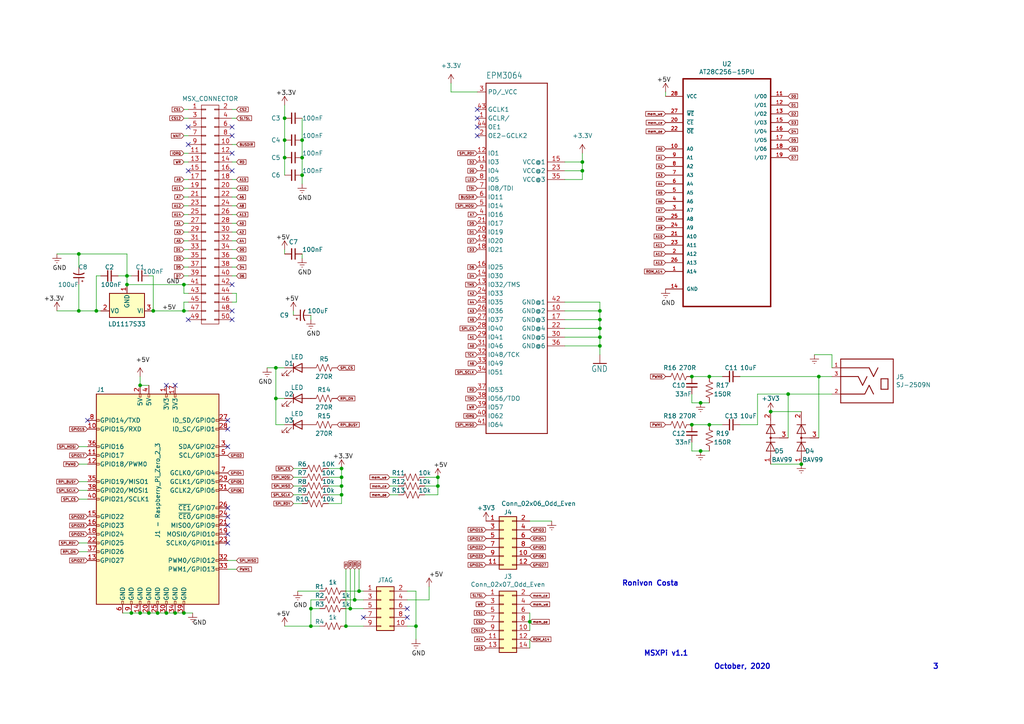
<source format=kicad_sch>
(kicad_sch (version 20211123) (generator eeschema)
  (paper "A4")
  (junction (at 40.64 177.8))
  (junction (at 173.99 97.79))
  (junction (at 53.34 177.8))
  (junction (at 173.99 92.71))
  (junction (at 43.18 177.8))
  (junction (at 45.72 177.8))
  (junction (at 127 138.43))
  (junction (at 53.34 82.55))
  (junction (at 173.99 90.17))
  (junction (at 53.34 90.17))
  (junction (at 38.1 177.8))
  (junction (at 82.55 34.29))
  (junction (at 82.55 40.64))
  (junction (at 99.06 138.43))
  (junction (at 99.06 135.89))
  (junction (at 87.63 45.72))
  (junction (at 232.41 134.62))
  (junction (at 127 140.97))
  (junction (at 36.83 82.55))
  (junction (at 87.63 50.8))
  (junction (at 22.86 73.66))
  (junction (at 102.87 173.99))
  (junction (at 228.6 114.3))
  (junction (at 203.2 116.84))
  (junction (at 87.63 40.64))
  (junction (at 173.99 95.25))
  (junction (at 90.17 181.61))
  (junction (at 120.65 181.61))
  (junction (at 168.91 46.99))
  (junction (at 173.99 100.33))
  (junction (at 44.45 90.17))
  (junction (at 90.17 176.53))
  (junction (at 99.06 143.51))
  (junction (at 50.8 177.8))
  (junction (at 205.74 123.19))
  (junction (at 200.66 109.22))
  (junction (at 168.91 49.53))
  (junction (at 237.49 109.22))
  (junction (at 80.01 115.57))
  (junction (at 82.55 45.72))
  (junction (at 80.01 106.68))
  (junction (at 101.6 176.53))
  (junction (at 27.94 90.17))
  (junction (at 36.83 80.01))
  (junction (at 153.67 180.34))
  (junction (at 100.33 181.61))
  (junction (at 99.06 140.97))
  (junction (at 40.64 111.76))
  (junction (at 223.52 119.38))
  (junction (at 22.86 90.17))
  (junction (at 104.14 171.45))
  (junction (at 200.66 123.19))
  (junction (at 48.26 177.8))
  (junction (at 205.74 109.22))
  (junction (at 203.2 130.81))
  (no_connect (at 54.61 92.71))
  (no_connect (at 25.4 121.92))
  (no_connect (at 54.61 49.53))
  (no_connect (at 118.11 176.53))
  (no_connect (at 66.04 124.46))
  (no_connect (at 67.31 90.17))
  (no_connect (at 66.04 157.48))
  (no_connect (at 138.43 31.75))
  (no_connect (at 48.26 111.76))
  (no_connect (at 66.04 152.4))
  (no_connect (at 66.04 149.86))
  (no_connect (at 67.31 82.55))
  (no_connect (at 67.31 44.45))
  (no_connect (at 138.43 34.29))
  (no_connect (at 54.61 41.91))
  (no_connect (at 66.04 121.92))
  (no_connect (at 66.04 154.94))
  (no_connect (at 67.31 36.83))
  (no_connect (at 66.04 129.54))
  (no_connect (at 67.31 39.37))
  (no_connect (at 67.31 49.53))
  (no_connect (at 50.8 111.76))
  (no_connect (at 138.43 36.83))
  (no_connect (at 138.43 39.37))
  (no_connect (at 118.11 179.07))
  (no_connect (at 66.04 147.32))
  (no_connect (at 105.41 179.07))
  (no_connect (at 54.61 36.83))
  (no_connect (at 67.31 92.71))
  (wire (pts (xy 105.41 173.99) (xy 102.87 173.99)))
  (wire (pts (xy 67.31 77.47) (xy 68.58 77.47)))
  (wire (pts (xy 54.61 44.45) (xy 53.34 44.45)))
  (wire (pts (xy 53.34 85.09) (xy 53.34 82.55)))
  (wire (pts (xy 173.99 90.17) (xy 173.99 92.71)))
  (wire (pts (xy 54.61 52.07) (xy 53.34 52.07)))
  (wire (pts (xy 173.99 92.71) (xy 173.99 95.25)))
  (wire (pts (xy 87.63 140.97) (xy 85.09 140.97)))
  (wire (pts (xy 54.61 72.39) (xy 53.34 72.39)))
  (wire (pts (xy 173.99 97.79) (xy 173.99 100.33)))
  (wire (pts (xy 92.71 171.45) (xy 86.36 171.45)))
  (wire (pts (xy 27.94 80.01) (xy 27.94 90.17)))
  (wire (pts (xy 95.25 140.97) (xy 99.06 140.97)))
  (wire (pts (xy 22.86 82.55) (xy 22.86 90.17)))
  (wire (pts (xy 80.01 115.57) (xy 80.01 106.68)))
  (wire (pts (xy 67.31 46.99) (xy 68.58 46.99)))
  (wire (pts (xy 168.91 49.53) (xy 168.91 46.99)))
  (wire (pts (xy 153.67 187.96) (xy 153.67 185.42)))
  (wire (pts (xy 68.58 85.09) (xy 68.58 87.63)))
  (wire (pts (xy 115.57 140.97) (xy 113.03 140.97)))
  (wire (pts (xy 55.88 177.8) (xy 53.34 177.8)))
  (wire (pts (xy 54.61 57.15) (xy 53.34 57.15)))
  (wire (pts (xy 67.31 34.29) (xy 68.58 34.29)))
  (wire (pts (xy 68.58 87.63) (xy 67.31 87.63)))
  (wire (pts (xy 87.63 73.66) (xy 87.63 74.93)))
  (wire (pts (xy 87.63 146.05) (xy 85.09 146.05)))
  (wire (pts (xy 153.67 177.8) (xy 153.67 180.34)))
  (wire (pts (xy 123.19 140.97) (xy 127 140.97)))
  (wire (pts (xy 90.17 91.44) (xy 90.17 92.71)))
  (wire (pts (xy 67.31 62.23) (xy 68.58 62.23)))
  (wire (pts (xy 36.83 82.55) (xy 36.83 80.01)))
  (wire (pts (xy 219.71 123.19) (xy 219.71 114.3)))
  (wire (pts (xy 124.46 170.18) (xy 124.46 173.99)))
  (wire (pts (xy 95.25 138.43) (xy 99.06 138.43)))
  (wire (pts (xy 87.63 135.89) (xy 85.09 135.89)))
  (wire (pts (xy 16.51 73.66) (xy 22.86 73.66)))
  (wire (pts (xy 163.83 100.33) (xy 173.99 100.33)))
  (wire (pts (xy 219.71 114.3) (xy 228.6 114.3)))
  (wire (pts (xy 200.66 123.19) (xy 205.74 123.19)))
  (wire (pts (xy 38.1 177.8) (xy 40.64 177.8)))
  (wire (pts (xy 43.18 111.76) (xy 40.64 111.76)))
  (wire (pts (xy 54.61 69.85) (xy 53.34 69.85)))
  (wire (pts (xy 54.61 67.31) (xy 53.34 67.31)))
  (wire (pts (xy 115.57 138.43) (xy 113.03 138.43)))
  (wire (pts (xy 163.83 52.07) (xy 168.91 52.07)))
  (wire (pts (xy 203.2 130.81) (xy 200.66 130.81)))
  (wire (pts (xy 38.1 80.01) (xy 36.83 80.01)))
  (wire (pts (xy 54.61 64.77) (xy 53.34 64.77)))
  (wire (pts (xy 66.04 165.1) (xy 68.58 165.1)))
  (wire (pts (xy 87.63 53.34) (xy 87.63 50.8)))
  (wire (pts (xy 22.86 90.17) (xy 27.94 90.17)))
  (wire (pts (xy 50.8 177.8) (xy 53.34 177.8)))
  (wire (pts (xy 163.83 97.79) (xy 173.99 97.79)))
  (wire (pts (xy 67.31 67.31) (xy 68.58 67.31)))
  (wire (pts (xy 80.01 106.68) (xy 77.47 106.68)))
  (wire (pts (xy 67.31 74.93) (xy 68.58 74.93)))
  (wire (pts (xy 54.61 74.93) (xy 53.34 74.93)))
  (wire (pts (xy 54.61 90.17) (xy 53.34 90.17)))
  (wire (pts (xy 203.2 116.84) (xy 200.66 116.84)))
  (wire (pts (xy 22.86 144.78) (xy 25.4 144.78)))
  (wire (pts (xy 95.25 146.05) (xy 99.06 146.05)))
  (wire (pts (xy 118.11 171.45) (xy 120.65 171.45)))
  (wire (pts (xy 53.34 82.55) (xy 36.83 82.55)))
  (wire (pts (xy 54.61 46.99) (xy 53.34 46.99)))
  (wire (pts (xy 120.65 171.45) (xy 120.65 181.61)))
  (wire (pts (xy 214.63 123.19) (xy 219.71 123.19)))
  (wire (pts (xy 200.66 128.27) (xy 200.66 130.81)))
  (wire (pts (xy 25.4 129.54) (xy 22.86 129.54)))
  (wire (pts (xy 200.66 109.22) (xy 205.74 109.22)))
  (wire (pts (xy 25.4 139.7) (xy 22.86 139.7)))
  (wire (pts (xy 173.99 100.33) (xy 173.99 102.87)))
  (wire (pts (xy 66.04 162.56) (xy 68.58 162.56)))
  (wire (pts (xy 163.83 95.25) (xy 173.99 95.25)))
  (wire (pts (xy 87.63 138.43) (xy 85.09 138.43)))
  (wire (pts (xy 82.55 40.64) (xy 82.55 34.29)))
  (wire (pts (xy 82.55 45.72) (xy 82.55 40.64)))
  (wire (pts (xy 237.49 127) (xy 237.49 109.22)))
  (wire (pts (xy 123.19 143.51) (xy 127 143.51)))
  (wire (pts (xy 54.61 54.61) (xy 53.34 54.61)))
  (wire (pts (xy 90.17 181.61) (xy 90.17 176.53)))
  (wire (pts (xy 241.3 102.87) (xy 241.3 106.68)))
  (wire (pts (xy 82.55 106.68) (xy 80.01 106.68)))
  (wire (pts (xy 214.63 109.22) (xy 237.49 109.22)))
  (wire (pts (xy 153.67 151.13) (xy 160.02 151.13)))
  (wire (pts (xy 82.55 115.57) (xy 80.01 115.57)))
  (wire (pts (xy 100.33 176.53) (xy 101.6 176.53)))
  (wire (pts (xy 104.14 171.45) (xy 105.41 171.45)))
  (wire (pts (xy 29.21 80.01) (xy 27.94 80.01)))
  (wire (pts (xy 82.55 34.29) (xy 82.55 30.48)))
  (wire (pts (xy 82.55 181.61) (xy 90.17 181.61)))
  (wire (pts (xy 54.61 39.37) (xy 53.34 39.37)))
  (wire (pts (xy 82.55 50.8) (xy 82.55 45.72)))
  (wire (pts (xy 35.56 177.8) (xy 38.1 177.8)))
  (wire (pts (xy 193.04 27.94) (xy 193.04 26.67)))
  (wire (pts (xy 54.61 80.01) (xy 53.34 80.01)))
  (wire (pts (xy 45.72 177.8) (xy 48.26 177.8)))
  (wire (pts (xy 67.31 41.91) (xy 68.58 41.91)))
  (wire (pts (xy 25.4 142.24) (xy 22.86 142.24)))
  (wire (pts (xy 43.18 177.8) (xy 45.72 177.8)))
  (wire (pts (xy 54.61 87.63) (xy 53.34 87.63)))
  (wire (pts (xy 67.31 64.77) (xy 68.58 64.77)))
  (wire (pts (xy 67.31 69.85) (xy 68.58 69.85)))
  (wire (pts (xy 54.61 59.69) (xy 53.34 59.69)))
  (wire (pts (xy 67.31 72.39) (xy 68.58 72.39)))
  (wire (pts (xy 87.63 45.72) (xy 87.63 50.8)))
  (wire (pts (xy 53.34 87.63) (xy 53.34 90.17)))
  (wire (pts (xy 105.41 181.61) (xy 100.33 181.61)))
  (wire (pts (xy 25.4 134.62) (xy 22.86 134.62)))
  (wire (pts (xy 205.74 130.81) (xy 203.2 130.81)))
  (wire (pts (xy 67.31 57.15) (xy 68.58 57.15)))
  (wire (pts (xy 67.31 54.61) (xy 68.58 54.61)))
  (wire (pts (xy 237.49 109.22) (xy 241.3 109.22)))
  (wire (pts (xy 173.99 87.63) (xy 173.99 90.17)))
  (wire (pts (xy 25.4 160.02) (xy 22.86 160.02)))
  (wire (pts (xy 223.52 134.62) (xy 232.41 134.62)))
  (wire (pts (xy 209.55 109.22) (xy 205.74 109.22)))
  (wire (pts (xy 153.67 182.88) (xy 153.67 180.34)))
  (wire (pts (xy 101.6 165.1) (xy 101.6 176.53)))
  (wire (pts (xy 44.45 90.17) (xy 53.34 90.17)))
  (wire (pts (xy 209.55 123.19) (xy 205.74 123.19)))
  (wire (pts (xy 118.11 181.61) (xy 120.65 181.61)))
  (wire (pts (xy 163.83 92.71) (xy 173.99 92.71)))
  (wire (pts (xy 99.06 143.51) (xy 99.06 140.97)))
  (wire (pts (xy 92.71 181.61) (xy 90.17 181.61)))
  (wire (pts (xy 54.61 85.09) (xy 53.34 85.09)))
  (wire (pts (xy 127 138.43) (xy 127 140.97)))
  (wire (pts (xy 87.63 143.51) (xy 85.09 143.51)))
  (wire (pts (xy 100.33 171.45) (xy 104.14 171.45)))
  (wire (pts (xy 67.31 59.69) (xy 68.58 59.69)))
  (wire (pts (xy 104.14 165.1) (xy 104.14 171.45)))
  (wire (pts (xy 236.22 102.87) (xy 241.3 102.87)))
  (wire (pts (xy 95.25 135.89) (xy 99.06 135.89)))
  (wire (pts (xy 163.83 49.53) (xy 168.91 49.53)))
  (wire (pts (xy 168.91 44.45) (xy 168.91 46.99)))
  (wire (pts (xy 101.6 176.53) (xy 105.41 176.53)))
  (wire (pts (xy 92.71 176.53) (xy 90.17 176.53)))
  (wire (pts (xy 82.55 123.19) (xy 80.01 123.19)))
  (wire (pts (xy 173.99 95.25) (xy 173.99 97.79)))
  (wire (pts (xy 80.01 123.19) (xy 80.01 115.57)))
  (wire (pts (xy 120.65 181.61) (xy 120.65 185.42)))
  (wire (pts (xy 87.63 40.64) (xy 87.63 45.72)))
  (wire (pts (xy 48.26 177.8) (xy 50.8 177.8)))
  (wire (pts (xy 22.86 73.66) (xy 36.83 73.66)))
  (wire (pts (xy 90.17 176.53) (xy 90.17 173.99)))
  (wire (pts (xy 54.61 62.23) (xy 53.34 62.23)))
  (wire (pts (xy 168.91 46.99) (xy 163.83 46.99)))
  (wire (pts (xy 200.66 114.3) (xy 200.66 116.84)))
  (wire (pts (xy 163.83 87.63) (xy 173.99 87.63)))
  (wire (pts (xy 67.31 85.09) (xy 68.58 85.09)))
  (wire (pts (xy 44.45 80.01) (xy 43.18 80.01)))
  (wire (pts (xy 87.63 34.29) (xy 87.63 40.64)))
  (wire (pts (xy 53.34 31.75) (xy 54.61 31.75)))
  (wire (pts (xy 90.17 173.99) (xy 92.71 173.99)))
  (wire (pts (xy 53.34 34.29) (xy 54.61 34.29)))
  (wire (pts (xy 82.55 72.39) (xy 82.55 73.66)))
  (wire (pts (xy 95.25 143.51) (xy 99.06 143.51)))
  (wire (pts (xy 99.06 146.05) (xy 99.06 143.51)))
  (wire (pts (xy 22.86 77.47) (xy 22.86 73.66)))
  (wire (pts (xy 127 140.97) (xy 127 143.51)))
  (wire (pts (xy 40.64 109.22) (xy 40.64 111.76)))
  (wire (pts (xy 22.86 157.48) (xy 25.4 157.48)))
  (wire (pts (xy 99.06 140.97) (xy 99.06 138.43)))
  (wire (pts (xy 102.87 165.1) (xy 102.87 173.99)))
  (wire (pts (xy 67.31 31.75) (xy 68.58 31.75)))
  (wire (pts (xy 163.83 90.17) (xy 173.99 90.17)))
  (wire (pts (xy 54.61 82.55) (xy 53.34 82.55)))
  (wire (pts (xy 16.51 90.17) (xy 22.86 90.17)))
  (wire (pts (xy 67.31 80.01) (xy 68.58 80.01)))
  (wire (pts (xy 29.21 90.17) (xy 27.94 90.17)))
  (wire (pts (xy 205.74 116.84) (xy 203.2 116.84)))
  (wire (pts (xy 168.91 52.07) (xy 168.91 49.53)))
  (wire (pts (xy 232.41 119.38) (xy 223.52 119.38)))
  (wire (pts (xy 99.06 138.43) (xy 99.06 135.89)))
  (wire (pts (xy 36.83 80.01) (xy 36.83 73.66)))
  (wire (pts (xy 123.19 138.43) (xy 127 138.43)))
  (wire (pts (xy 67.31 52.07) (xy 68.58 52.07)))
  (wire (pts (xy 138.43 26.67) (xy 130.81 26.67)))
  (wire (pts (xy 102.87 173.99) (xy 100.33 173.99)))
  (wire (pts (xy 228.6 114.3) (xy 241.3 114.3)))
  (wire (pts (xy 100.33 165.1) (xy 100.33 181.61)))
  (wire (pts (xy 40.64 177.8) (xy 43.18 177.8)))
  (wire (pts (xy 130.81 26.67) (xy 130.81 24.13)))
  (wire (pts (xy 115.57 143.51) (xy 113.03 143.51)))
  (wire (pts (xy 124.46 173.99) (xy 118.11 173.99)))
  (wire (pts (xy 85.09 90.17) (xy 85.09 91.44)))
  (wire (pts (xy 228.6 127) (xy 228.6 114.3)))
  (wire (pts (xy 54.61 77.47) (xy 53.34 77.47)))
  (wire (pts (xy 44.45 90.17) (xy 44.45 80.01)))
  (wire (pts (xy 36.83 80.01) (xy 34.29 80.01)))
  (text "3" (at 270.51 194.31 0) (effects (font (size 1.4986 1.4986) (thickness 0.2997) bold) (justify left bottom)))
  (text "October, 2020" (at 207.01 194.31 0) (effects (font (size 1.4986 1.4986) (thickness 0.2997) bold) (justify left bottom)))
  (text "Ronivon Costa" (at 180.34 170.18 0) (effects (font (size 1.4986 1.4986) (thickness 0.2997) bold) (justify left bottom)))
  (text "MSXPi v1.1" (at 186.69 190.5 0) (effects (font (size 1.4986 1.4986) (thickness 0.2997) bold) (justify left bottom)))
  (label "GND" (at 48.26 82.55 0) (effects (font (size 1.1938 1.1938))))
  (label "+5V" (at 46.99 90.17 0))
  (label "+5V" (at 124.46 167.64 0))
  (label "GND" (at 74.93 111.76 0))
  (label "GND" (at 86.36 80.01 0))
  (label "+3.3V" (at 96.52 133.35 0))
  (label "GND" (at 88.9 97.79 0))
  (label "+5V" (at 39.37 105.41 0))
  (label "GND" (at 85.09 176.53 0))
  (label "+5V" (at 80.01 179.07 0))
  (label "+5V" (at 80.01 69.85 0))
  (label "GND" (at 86.36 58.42 0))
  (label "GND" (at 191.77 88.9 0))
  (label "+5V" (at 190.5 24.13 0))
  (label "GND" (at 55.88 181.61 0))
  (label "+3.3V" (at 80.01 27.94 0))
  (label "+5V" (at 82.55 87.63 0))
  (label "GND" (at 15.24 78.74 0))
  (label "+5V" (at 125.73 135.89 0))
  (label "+3.3V" (at 12.7 87.63 0))
  (label "GND" (at 119.38 190.5 0))
  (global_label "SPI_SCLK" (shape input) (at 22.86 142.24 180) (effects (font (size 0.7112 0.7112))) (property "Intersheet References" "${INTERSHEET_REFS}" (effects hide)))
  (global_label "SPI_SCLK" (shape input) (at 138.43 107.95 180) (effects (font (size 0.7112 0.7112))) (property "Intersheet References" "${INTERSHEET_REFS}" (effects hide)))
  (global_label "GPIO17" (shape input) (at 140.97 156.21 180) (effects (font (size 0.7112 0.7112))) (property "Intersheet References" "${INTERSHEET_REFS}" (effects hide)))
  (global_label "A0" (shape input) (at 138.43 100.33 180) (effects (font (size 0.7112 0.7112))) (property "Intersheet References" "${INTERSHEET_REFS}" (effects hide)))
  (global_label "SPI_RDY" (shape input) (at 138.43 44.45 180) (effects (font (size 0.7112 0.7112))) (property "Intersheet References" "${INTERSHEET_REFS}" (effects hide)))
  (global_label "A8" (shape input) (at 68.58 59.69 0) (effects (font (size 0.7112 0.7112))) (property "Intersheet References" "${INTERSHEET_REFS}" (effects hide)))
  (global_label "GPIO22" (shape input) (at 140.97 158.75 180) (effects (font (size 0.7112 0.7112))) (property "Intersheet References" "${INTERSHEET_REFS}" (effects hide)))
  (global_label "WR" (shape input) (at 53.34 46.99 180) (effects (font (size 0.7112 0.7112))) (property "Intersheet References" "${INTERSHEET_REFS}" (effects hide)))
  (global_label "SPI_CS" (shape input) (at 22.86 144.78 180) (effects (font (size 0.7112 0.7112))) (property "Intersheet References" "${INTERSHEET_REFS}" (effects hide)))
  (global_label "D5" (shape input) (at 53.34 77.47 180) (effects (font (size 0.7112 0.7112))) (property "Intersheet References" "${INTERSHEET_REFS}" (effects hide)))
  (global_label "D1" (shape input) (at 138.43 67.31 180) (effects (font (size 0.7112 0.7112))) (property "Intersheet References" "${INTERSHEET_REFS}" (effects hide)))
  (global_label "D7" (shape input) (at 138.43 69.85 180) (effects (font (size 0.7112 0.7112))) (property "Intersheet References" "${INTERSHEET_REFS}" (effects hide)))
  (global_label "D3" (shape input) (at 228.6 35.56 0) (effects (font (size 0.7112 0.7112))) (property "Intersheet References" "${INTERSHEET_REFS}" (effects hide)))
  (global_label "A10" (shape input) (at 193.04 68.58 180) (effects (font (size 0.7112 0.7112))) (property "Intersheet References" "${INTERSHEET_REFS}" (effects hide)))
  (global_label "mem_we" (shape input) (at 113.03 138.43 180) (effects (font (size 0.7112 0.7112))) (property "Intersheet References" "${INTERSHEET_REFS}" (effects hide)))
  (global_label "SPI_CS" (shape input) (at 97.79 106.68 0) (effects (font (size 0.7112 0.7112))) (property "Intersheet References" "${INTERSHEET_REFS}" (effects hide)))
  (global_label "D5" (shape input) (at 228.6 40.64 0) (effects (font (size 0.7112 0.7112))) (property "Intersheet References" "${INTERSHEET_REFS}" (effects hide)))
  (global_label "TCK" (shape input) (at 138.43 102.87 180) (effects (font (size 0.7112 0.7112))) (property "Intersheet References" "${INTERSHEET_REFS}" (effects hide)))
  (global_label "A2" (shape input) (at 193.04 48.26 180) (effects (font (size 0.7112 0.7112))) (property "Intersheet References" "${INTERSHEET_REFS}" (effects hide)))
  (global_label "SPI_RDY" (shape input) (at 22.86 157.48 180) (effects (font (size 0.7112 0.7112))) (property "Intersheet References" "${INTERSHEET_REFS}" (effects hide)))
  (global_label "A14" (shape input) (at 140.97 185.42 180) (effects (font (size 0.7112 0.7112))) (property "Intersheet References" "${INTERSHEET_REFS}" (effects hide)))
  (global_label "ROM_A14" (shape input) (at 153.67 185.42 0) (effects (font (size 0.7112 0.7112))) (property "Intersheet References" "${INTERSHEET_REFS}" (effects hide)))
  (global_label "A6" (shape input) (at 68.58 57.15 0) (effects (font (size 0.7112 0.7112))) (property "Intersheet References" "${INTERSHEET_REFS}" (effects hide)))
  (global_label "IORQ" (shape input) (at 53.34 44.45 180) (effects (font (size 0.7112 0.7112))) (property "Intersheet References" "${INTERSHEET_REFS}" (effects hide)))
  (global_label "D4" (shape input) (at 138.43 80.01 180) (effects (font (size 0.7112 0.7112))) (property "Intersheet References" "${INTERSHEET_REFS}" (effects hide)))
  (global_label "GPIO24" (shape input) (at 140.97 163.83 180) (effects (font (size 0.7112 0.7112))) (property "Intersheet References" "${INTERSHEET_REFS}" (effects hide)))
  (global_label "GPIO24" (shape input) (at 25.4 154.94 180) (effects (font (size 0.7112 0.7112))) (property "Intersheet References" "${INTERSHEET_REFS}" (effects hide)))
  (global_label "D2" (shape input) (at 138.43 46.99 180) (effects (font (size 0.7112 0.7112))) (property "Intersheet References" "${INTERSHEET_REFS}" (effects hide)))
  (global_label "SPI_MOSI" (shape input) (at 138.43 59.69 180) (effects (font (size 0.7112 0.7112))) (property "Intersheet References" "${INTERSHEET_REFS}" (effects hide)))
  (global_label "RPI_BUSY" (shape input) (at 97.79 123.19 0) (effects (font (size 0.7112 0.7112))) (property "Intersheet References" "${INTERSHEET_REFS}" (effects hide)))
  (global_label "mem_oe" (shape input) (at 153.67 180.34 0) (effects (font (size 0.7112 0.7112))) (property "Intersheet References" "${INTERSHEET_REFS}" (effects hide)))
  (global_label "PWM1" (shape input) (at 193.04 123.19 180) (effects (font (size 0.7112 0.7112))) (property "Intersheet References" "${INTERSHEET_REFS}" (effects hide)))
  (global_label "D5" (shape input) (at 138.43 64.77 180) (effects (font (size 0.7112 0.7112))) (property "Intersheet References" "${INTERSHEET_REFS}" (effects hide)))
  (global_label "A9" (shape input) (at 193.04 66.04 180) (effects (font (size 0.7112 0.7112))) (property "Intersheet References" "${INTERSHEET_REFS}" (effects hide)))
  (global_label "SLTSL" (shape input) (at 140.97 172.72 180) (effects (font (size 0.7112 0.7112))) (property "Intersheet References" "${INTERSHEET_REFS}" (effects hide)))
  (global_label "GPIO3" (shape input) (at 66.04 132.08 0) (effects (font (size 0.7112 0.7112))) (property "Intersheet References" "${INTERSHEET_REFS}" (effects hide)))
  (global_label "D4" (shape input) (at 68.58 77.47 0) (effects (font (size 0.7112 0.7112))) (property "Intersheet References" "${INTERSHEET_REFS}" (effects hide)))
  (global_label "A7" (shape input) (at 193.04 60.96 180) (effects (font (size 0.7112 0.7112))) (property "Intersheet References" "${INTERSHEET_REFS}" (effects hide)))
  (global_label "D6" (shape input) (at 68.58 80.01 0) (effects (font (size 0.7112 0.7112))) (property "Intersheet References" "${INTERSHEET_REFS}" (effects hide)))
  (global_label "GPIO4" (shape input) (at 66.04 137.16 0) (effects (font (size 0.7112 0.7112))) (property "Intersheet References" "${INTERSHEET_REFS}" (effects hide)))
  (global_label "RPI_ON" (shape input) (at 22.86 160.02 180) (effects (font (size 0.7112 0.7112))) (property "Intersheet References" "${INTERSHEET_REFS}" (effects hide)))
  (global_label "GPIO6" (shape input) (at 66.04 142.24 0) (effects (font (size 0.7112 0.7112))) (property "Intersheet References" "${INTERSHEET_REFS}" (effects hide)))
  (global_label "IORQ" (shape input) (at 138.43 120.65 180) (effects (font (size 0.7112 0.7112))) (property "Intersheet References" "${INTERSHEET_REFS}" (effects hide)))
  (global_label "CS12" (shape input) (at 140.97 182.88 180) (effects (font (size 0.7112 0.7112))) (property "Intersheet References" "${INTERSHEET_REFS}" (effects hide)))
  (global_label "GPIO27" (shape input) (at 25.4 162.56 180) (effects (font (size 0.7112 0.7112))) (property "Intersheet References" "${INTERSHEET_REFS}" (effects hide)))
  (global_label "TMS" (shape input) (at 101.6 165.1 90) (effects (font (size 0.508 0.508))) (property "Intersheet References" "${INTERSHEET_REFS}" (effects hide)))
  (global_label "GPIO27" (shape input) (at 153.67 163.83 0) (effects (font (size 0.7112 0.7112))) (property "Intersheet References" "${INTERSHEET_REFS}" (effects hide)))
  (global_label "RPI_BUSY" (shape input) (at 22.86 139.7 180) (effects (font (size 0.7112 0.7112))) (property "Intersheet References" "${INTERSHEET_REFS}" (effects hide)))
  (global_label "PWM1" (shape input) (at 68.58 165.1 0) (effects (font (size 0.7112 0.7112))) (property "Intersheet References" "${INTERSHEET_REFS}" (effects hide)))
  (global_label "PWM0" (shape input) (at 22.86 134.62 180) (effects (font (size 0.7112 0.7112))) (property "Intersheet References" "${INTERSHEET_REFS}" (effects hide)))
  (global_label "A3" (shape input) (at 53.34 67.31 180) (effects (font (size 0.7112 0.7112))) (property "Intersheet References" "${INTERSHEET_REFS}" (effects hide)))
  (global_label "D7" (shape input) (at 53.34 80.01 180) (effects (font (size 0.7112 0.7112))) (property "Intersheet References" "${INTERSHEET_REFS}" (effects hide)))
  (global_label "LED" (shape input) (at 138.43 52.07 180) (effects (font (size 0.7112 0.7112))) (property "Intersheet References" "${INTERSHEET_REFS}" (effects hide)))
  (global_label "GPIO23" (shape input) (at 25.4 152.4 180) (effects (font (size 0.7112 0.7112))) (property "Intersheet References" "${INTERSHEET_REFS}" (effects hide)))
  (global_label "CS1" (shape input) (at 53.34 31.75 180) (effects (font (size 0.7112 0.7112))) (property "Intersheet References" "${INTERSHEET_REFS}" (effects hide)))
  (global_label "A15" (shape input) (at 68.58 52.07 0) (effects (font (size 0.7112 0.7112))) (property "Intersheet References" "${INTERSHEET_REFS}" (effects hide)))
  (global_label "SPI_CS" (shape input) (at 85.09 135.89 180) (effects (font (size 0.7112 0.7112))) (property "Intersheet References" "${INTERSHEET_REFS}" (effects hide)))
  (global_label "A7" (shape input) (at 53.34 57.15 180) (effects (font (size 0.7112 0.7112))) (property "Intersheet References" "${INTERSHEET_REFS}" (effects hide)))
  (global_label "D6" (shape input) (at 228.6 43.18 0) (effects (font (size 0.7112 0.7112))) (property "Intersheet References" "${INTERSHEET_REFS}" (effects hide)))
  (global_label "GPIO15" (shape input) (at 140.97 153.67 180) (effects (font (size 0.7112 0.7112))) (property "Intersheet References" "${INTERSHEET_REFS}" (effects hide)))
  (global_label "SPI_CS" (shape input) (at 138.43 95.25 180) (effects (font (size 0.7112 0.7112))) (property "Intersheet References" "${INTERSHEET_REFS}" (effects hide)))
  (global_label "SPI_MISO" (shape input) (at 68.58 162.56 0) (effects (font (size 0.7112 0.7112))) (property "Intersheet References" "${INTERSHEET_REFS}" (effects hide)))
  (global_label "A6" (shape input) (at 193.04 58.42 180) (effects (font (size 0.7112 0.7112))) (property "Intersheet References" "${INTERSHEET_REFS}" (effects hide)))
  (global_label "D0" (shape input) (at 68.58 72.39 0) (effects (font (size 0.7112 0.7112))) (property "Intersheet References" "${INTERSHEET_REFS}" (effects hide)))
  (global_label "A1" (shape input) (at 53.34 64.77 180) (effects (font (size 0.7112 0.7112))) (property "Intersheet References" "${INTERSHEET_REFS}" (effects hide)))
  (global_label "SPI_MOSI" (shape input) (at 22.86 129.54 180) (effects (font (size 0.7112 0.7112))) (property "Intersheet References" "${INTERSHEET_REFS}" (effects hide)))
  (global_label "A2" (shape input) (at 138.43 85.09 180) (effects (font (size 0.7112 0.7112))) (property "Intersheet References" "${INTERSHEET_REFS}" (effects hide)))
  (global_label "A12" (shape input) (at 193.04 73.66 180) (effects (font (size 0.7112 0.7112))) (property "Intersheet References" "${INTERSHEET_REFS}" (effects hide)))
  (global_label "A14" (shape input) (at 53.34 62.23 180) (effects (font (size 0.7112 0.7112))) (property "Intersheet References" "${INTERSHEET_REFS}" (effects hide)))
  (global_label "A3" (shape input) (at 193.04 50.8 180) (effects (font (size 0.7112 0.7112))) (property "Intersheet References" "${INTERSHEET_REFS}" (effects hide)))
  (global_label "D0" (shape input) (at 138.43 49.53 180) (effects (font (size 0.7112 0.7112))) (property "Intersheet References" "${INTERSHEET_REFS}" (effects hide)))
  (global_label "GPIO3" (shape input) (at 153.67 153.67 0) (effects (font (size 0.7112 0.7112))) (property "Intersheet References" "${INTERSHEET_REFS}" (effects hide)))
  (global_label "mem_ce" (shape input) (at 193.04 35.56 180) (effects (font (size 0.7112 0.7112))) (property "Intersheet References" "${INTERSHEET_REFS}" (effects hide)))
  (global_label "PWM0" (shape input) (at 193.04 109.22 180) (effects (font (size 0.7112 0.7112))) (property "Intersheet References" "${INTERSHEET_REFS}" (effects hide)))
  (global_label "SPI_SCLK" (shape input) (at 85.09 143.51 180) (effects (font (size 0.7112 0.7112))) (property "Intersheet References" "${INTERSHEET_REFS}" (effects hide)))
  (global_label "D4" (shape input) (at 228.6 38.1 0) (effects (font (size 0.7112 0.7112))) (property "Intersheet References" "${INTERSHEET_REFS}" (effects hide)))
  (global_label "A8" (shape input) (at 193.04 63.5 180) (effects (font (size 0.7112 0.7112))) (property "Intersheet References" "${INTERSHEET_REFS}" (effects hide)))
  (global_label "A9" (shape input) (at 53.34 52.07 180) (effects (font (size 0.7112 0.7112))) (property "Intersheet References" "${INTERSHEET_REFS}" (effects hide)))
  (global_label "WAIT" (shape input) (at 53.34 39.37 180) (effects (font (size 0.7112 0.7112))) (property "Intersheet References" "${INTERSHEET_REFS}" (effects hide)))
  (global_label "A13" (shape input) (at 193.04 76.2 180) (effects (font (size 0.7112 0.7112))) (property "Intersheet References" "${INTERSHEET_REFS}" (effects hide)))
  (global_label "SPI_MISO" (shape input) (at 138.43 123.19 180) (effects (font (size 0.7112 0.7112))) (property "Intersheet References" "${INTERSHEET_REFS}" (effects hide)))
  (global_label "SPI_MISO" (shape input) (at 85.09 140.97 180) (effects (font (size 0.7112 0.7112))) (property "Intersheet References" "${INTERSHEET_REFS}" (effects hide)))
  (global_label "SPI_RDY" (shape input) (at 85.09 146.05 180) (effects (font (size 0.7112 0.7112))) (property "Intersheet References" "${INTERSHEET_REFS}" (effects hide)))
  (global_label "TDO" (shape input) (at 138.43 115.57 180) (effects (font (size 0.7112 0.7112))) (property "Intersheet References" "${INTERSHEET_REFS}" (effects hide)))
  (global_label "A1" (shape input) (at 193.04 45.72 180) (effects (font (size 0.7112 0.7112))) (property "Intersheet References" "${INTERSHEET_REFS}" (effects hide)))
  (global_label "BUSDIR" (shape input) (at 138.43 57.15 180) (effects (font (size 0.7112 0.7112))) (property "Intersheet References" "${INTERSHEET_REFS}" (effects hide)))
  (global_label "A11" (shape input) (at 53.34 54.61 180) (effects (font (size 0.7112 0.7112))) (property "Intersheet References" "${INTERSHEET_REFS}" (effects hide)))
  (global_label "A2" (shape input) (at 68.58 67.31 0) (effects (font (size 0.7112 0.7112))) (property "Intersheet References" "${INTERSHEET_REFS}" (effects hide)))
  (global_label "D1" (shape input) (at 228.6 30.48 0) (effects (font (size 0.7112 0.7112))) (property "Intersheet References" "${INTERSHEET_REFS}" (effects hide)))
  (global_label "D6" (shape input) (at 138.43 77.47 180) (effects (font (size 0.7112 0.7112))) (property "Intersheet References" "${INTERSHEET_REFS}" (effects hide)))
  (global_label "GPIO5" (shape input) (at 153.67 158.75 0) (effects (font (size 0.7112 0.7112))) (property "Intersheet References" "${INTERSHEET_REFS}" (effects hide)))
  (global_label "A5" (shape input) (at 138.43 92.71 180) (effects (font (size 0.7112 0.7112))) (property "Intersheet References" "${INTERSHEET_REFS}" (effects hide)))
  (global_label "SPI_MOSI" (shape input) (at 85.09 138.43 180) (effects (font (size 0.7112 0.7112))) (property "Intersheet References" "${INTERSHEET_REFS}" (effects hide)))
  (global_label "mem_we" (shape input) (at 153.67 175.26 0) (effects (font (size 0.7112 0.7112))) (property "Intersheet References" "${INTERSHEET_REFS}" (effects hide)))
  (global_label "A1" (shape input) (at 138.43 97.79 180) (effects (font (size 0.7112 0.7112))) (property "Intersheet References" "${INTERSHEET_REFS}" (effects hide)))
  (global_label "BUSDIR" (shape input) (at 68.58 41.91 0) (effects (font (size 0.7112 0.7112))) (property "Intersheet References" "${INTERSHEET_REFS}" (effects hide)))
  (global_label "D2" (shape input) (at 68.58 74.93 0) (effects (font (size 0.7112 0.7112))) (property "Intersheet References" "${INTERSHEET_REFS}" (effects hide)))
  (global_label "mem_ce" (shape input) (at 153.67 172.72 0) (effects (font (size 0.7112 0.7112))) (property "Intersheet References" "${INTERSHEET_REFS}" (effects hide)))
  (global_label "A15" (shape input) (at 140.97 187.96 180) (effects (font (size 0.7112 0.7112))) (property "Intersheet References" "${INTERSHEET_REFS}" (effects hide)))
  (global_label "GPIO23" (shape input) (at 140.97 161.29 180) (effects (font (size 0.7112 0.7112))) (property "Intersheet References" "${INTERSHEET_REFS}" (effects hide)))
  (global_label "D2" (shape input) (at 228.6 33.02 0) (effects (font (size 0.7112 0.7112))) (property "Intersheet References" "${INTERSHEET_REFS}" (effects hide)))
  (global_label "GPIO22" (shape input) (at 25.4 149.86 180) (effects (font (size 0.7112 0.7112))) (property "Intersheet References" "${INTERSHEET_REFS}" (effects hide)))
  (global_label "SLTSL" (shape input) (at 68.58 34.29 0) (effects (font (size 0.7112 0.7112))) (property "Intersheet References" "${INTERSHEET_REFS}" (effects hide)))
  (global_label "A3" (shape input) (at 138.43 90.17 180) (effects (font (size 0.7112 0.7112))) (property "Intersheet References" "${INTERSHEET_REFS}" (effects hide)))
  (global_label "TMS" (shape input) (at 138.43 82.55 180) (effects (font (size 0.7112 0.7112))) (property "Intersheet References" "${INTERSHEET_REFS}" (effects hide)))
  (global_label "A4" (shape input) (at 193.04 53.34 180) (effects (font (size 0.7112 0.7112))) (property "Intersheet References" "${INTERSHEET_REFS}" (effects hide)))
  (global_label "TDO" (shape input) (at 102.87 165.1 90) (effects (font (size 0.508 0.508))) (property "Intersheet References" "${INTERSHEET_REFS}" (effects hide)))
  (global_label "D3" (shape input) (at 53.34 74.93 180) (effects (font (size 0.7112 0.7112))) (property "Intersheet References" "${INTERSHEET_REFS}" (effects hide)))
  (global_label "CS2" (shape input) (at 68.58 31.75 0) (effects (font (size 0.7112 0.7112))) (property "Intersheet References" "${INTERSHEET_REFS}" (effects hide)))
  (global_label "RD" (shape input) (at 138.43 113.03 180) (effects (font (size 0.7112 0.7112))) (property "Intersheet References" "${INTERSHEET_REFS}" (effects hide)))
  (global_label "A0" (shape input) (at 68.58 64.77 0) (effects (font (size 0.7112 0.7112))) (property "Intersheet References" "${INTERSHEET_REFS}" (effects hide)))
  (global_label "A6" (shape input) (at 138.43 105.41 180) (effects (font (size 0.7112 0.7112))) (property "Intersheet References" "${INTERSHEET_REFS}" (effects hide)))
  (global_label "A13" (shape input) (at 68.58 62.23 0) (effects (font (size 0.7112 0.7112))) (property "Intersheet References" "${INTERSHEET_REFS}" (effects hide)))
  (global_label "A10" (shape input) (at 68.58 54.61 0) (effects (font (size 0.7112 0.7112))) (property "Intersheet References" "${INTERSHEET_REFS}" (effects hide)))
  (global_label "A4" (shape input) (at 68.58 69.85 0) (effects (font (size 0.7112 0.7112))) (property "Intersheet References" "${INTERSHEET_REFS}" (effects hide)))
  (global_label "A7" (shape input) (at 138.43 62.23 180) (effects (font (size 0.7112 0.7112))) (property "Intersheet References" "${INTERSHEET_REFS}" (effects hide)))
  (global_label "RPI_ON" (shape input) (at 97.79 115.57 0) (effects (font (size 0.7112 0.7112))) (property "Intersheet References" "${INTERSHEET_REFS}" (effects hide)))
  (global_label "A12" (shape input) (at 53.34 59.69 180) (effects (font (size 0.7112 0.7112))) (property "Intersheet References" "${INTERSHEET_REFS}" (effects hide)))
  (global_label "A4" (shape input) (at 138.43 87.63 180) (effects (font (size 0.7112 0.7112))) (property "Intersheet References" "${INTERSHEET_REFS}" (effects hide)))
  (global_label "D1" (shape input) (at 53.34 72.39 180) (effects (font (size 0.7112 0.7112))) (property "Intersheet References" "${INTERSHEET_REFS}" (effects hide)))
  (global_label "GPIO4" (shape input) (at 153.67 156.21 0) (effects (font (size 0.7112 0.7112))) (property "Intersheet References" "${INTERSHEET_REFS}" (effects hide)))
  (global_label "CS1" (shape input) (at 140.97 177.8 180) (effects (font (size 0.7112 0.7112))) (property "Intersheet References" "${INTERSHEET_REFS}" (effects hide)))
  (global_label "RD" (shape input) (at 68.58 46.99 0) (effects (font (size 0.7112 0.7112))) (property "Intersheet References" "${INTERSHEET_REFS}" (effects hide)))
  (global_label "mem_ce" (shape input) (at 113.03 140.97 180) (effects (font (size 0.7112 0.7112))) (property "Intersheet References" "${INTERSHEET_REFS}" (effects hide)))
  (global_label "TDI" (shape input) (at 100.33 165.1 90) (effects (font (size 0.508 0.508))) (property "Intersheet References" "${INTERSHEET_REFS}" (effects hide)))
  (global_label "WR" (shape input) (at 140.97 175.26 180) (effects (font (size 0.7112 0.7112))) (property "Intersheet References" "${INTERSHEET_REFS}" (effects hide)))
  (global_label "A5" (shape input) (at 53.34 69.85 180) (effects (font (size 0.7112 0.7112))) (property "Intersheet References" "${INTERSHEET_REFS}" (effects hide)))
  (global_label "CS2" (shape input) (at 140.97 180.34 180) (effects (font (size 0.7112 0.7112))) (property "Intersheet References" "${INTERSHEET_REFS}" (effects hide)))
  (global_label "GPIO17" (shape input) (at 25.4 132.08 180) (effects (font (size 0.7112 0.7112))) (property "Intersheet References" "${INTERSHEET_REFS}" (effects hide)))
  (global_label "mem_oe" (shape input) (at 113.03 143.51 180) (effects (font (size 0.7112 0.7112))) (property "Intersheet References" "${INTERSHEET_REFS}" (effects hide)))
  (global_label "A11" (shape input) (at 193.04 71.12 180) (effects (font (size 0.7112 0.7112))) (property "Intersheet References" "${INTERSHEET_REFS}" (effects hide)))
  (global_label "D7" (shape input) (at 228.6 45.72 0) (effects (font (size 0.7112 0.7112))) (property "Intersheet References" "${INTERSHEET_REFS}" (effects hide)))
  (global_label "D3" (shape input) (at 138.43 72.39 180) (effects (font (size 0.7112 0.7112))) (property "Intersheet References" "${INTERSHEET_REFS}" (effects hide)))
  (global_label "A5" (shape input) (at 193.04 55.88 180) (effects (font (size 0.7112 0.7112))) (property "Intersheet References" "${INTERSHEET_REFS}" (effects hide)))
  (global_label "A0" (shape input) (at 193.04 43.18 180) (effects (font (size 0.7112 0.7112))) (property "Intersheet References" "${INTERSHEET_REFS}" (effects hide)))
  (global_label "CS12" (shape input) (at 53.34 34.29 180) (effects (font (size 0.7112 0.7112))) (property "Intersheet References" "${INTERSHEET_REFS}" (effects hide)))
  (global_label "TCK" (shape input) (at 104.14 165.1 90) (effects (font (size 0.508 0.508))) (property "Intersheet References" "${INTERSHEET_REFS}" (effects hide)))
  (global_label "ROM_A14" (shape input) (at 193.04 78.74 180) (effects (font (size 0.7112 0.7112))) (property "Intersheet References" "${INTERSHEET_REFS}" (effects hide)))
  (global_label "D0" (shape input) (at 228.6 27.94 0) (effects (font (size 0.7112 0.7112))) (property "Intersheet References" "${INTERSHEET_REFS}" (effects hide)))
  (global_label "GPIO6" (shape input) (at 153.67 161.29 0) (effects (font (size 0.7112 0.7112))) (property "Intersheet References" "${INTERSHEET_REFS}" (effects hide)))
  (global_label "TDI" (shape input) (at 138.43 54.61 180) (effects (font (size 0.7112 0.7112))) (property "Intersheet References" "${INTERSHEET_REFS}" (effects hide)))
  (global_label "GPIO15" (shape input) (at 25.4 124.46 180) (effects (font (size 0.7112 0.7112))) (property "Intersheet References" "${INTERSHEET_REFS}" (effects hide)))
  (global_label "mem_oe" (shape input) (at 193.04 38.1 180) (effects (font (size 0.7112 0.7112))) (property "Intersheet References" "${INTERSHEET_REFS}" (effects hide)))
  (global_label "GPIO5" (shape input) (at 66.04 139.7 0) (effects (font (size 0.7112 0.7112))) (property "Intersheet References" "${INTERSHEET_REFS}" (effects hide)))
  (global_label "mem_we" (shape input) (at 193.04 33.02 180) (effects (font (size 0.7112 0.7112))) (property "Intersheet References" "${INTERSHEET_REFS}" (effects hide)))
  (global_label "WR" (shape input) (at 138.43 118.11 180) (effects (font (size 0.7112 0.7112))) (property "Intersheet References" "${INTERSHEET_REFS}" (effects hide)))
  (symbol (lib_id "Connector:Raspberry_Pi_2_3") (at 45.72 144.78 0) (unit 1)
    (property "Reference" "J1" (at 29.21 113.03 0))
    (property "Value" "J1 - Raspberry_Pi_Zero_2_3" (at 45.72 142.24 90))
    (property "Footprint" "Connector_PinHeader_2.54mm:PinHeader_2x20_P2.54mm_Vertical" (effects hide))
    (property "Datasheet" "https://www.raspberrypi.org/documentation/hardware/raspberrypi/schematics/rpi_SCH_3bplus_1p0_reduced.pdf" (effects hide))
  )
  (symbol (lib_id "Connector_Generic:Conn_02x05_Odd_Even") (at 110.49 176.53 0) (unit 1)
    (property "Reference" "J2" (effects hide))
    (property "Value" "JTAG" (at 111.76 168.2496 0))
    (property "Footprint" "Connector_IDC:IDC-Header_2x05_P2.54mm_Horizontal" (effects hide))
  )
  (symbol (lib_id "Device:R_US") (at 96.52 171.45 90) (unit 1)
    (property "Reference" "R1" (at 92.71 170.18 90))
    (property "Value" "1k" (at 96.52 168.91 90))
    (property "Footprint" "Resistor_THT:R_Axial_DIN0204_L3.6mm_D1.6mm_P5.08mm_Horizontal" (effects hide))
  )
  (symbol (lib_id "Device:R_US") (at 96.52 173.99 270) (unit 1)
    (property "Reference" "R2" (at 92.71 172.72 90))
    (property "Value" "1k" (at 100.33 172.72 90))
    (property "Footprint" "Resistor_THT:R_Axial_DIN0204_L3.6mm_D1.6mm_P5.08mm_Horizontal" (effects hide))
  )
  (symbol (lib_id "Device:R_US") (at 96.52 176.53 270) (unit 1)
    (property "Reference" "R3" (at 92.71 175.26 90))
    (property "Value" "1k" (at 100.33 175.26 90))
    (property "Footprint" "Resistor_THT:R_Axial_DIN0204_L3.6mm_D1.6mm_P5.08mm_Horizontal" (effects hide))
  )
  (symbol (lib_id "Device:R_US") (at 96.52 181.61 270) (unit 1)
    (property "Reference" "R4" (at 92.71 180.34 90))
    (property "Value" "1k" (at 96.52 179.07 90))
    (property "Footprint" "Resistor_THT:R_Axial_DIN0204_L3.6mm_D1.6mm_P5.08mm_Horizontal" (effects hide))
  )
  (symbol (lib_id "MSXPi1-rescue:CONN_02X25-msx_slot") (at 60.96 62.23 0) (unit 1)
    (property "Reference" "P1" (effects hide))
    (property "Value" "MSX_CONNECTOR" (at 60.96 28.6258 0))
    (property "Footprint" "MyFootprints:card_edge_connector" (effects hide))
  )
  (symbol (lib_id "power:+5V") (at 124.46 170.18 0) (unit 1)
    (property "Reference" "#PWR04" (effects hide))
    (property "Value" "+5V" (effects hide))
  )
  (symbol (lib_id "Regulator_Linear:LD1117S33TR_SOT223") (at 36.83 90.17 180) (unit 1)
    (property "Reference" "LD1117S33" (at 36.83 93.98 0))
    (property "Value" "LD1117S33TR_SOT223" (effects hide))
    (property "Footprint" "Package_TO_SOT_SMD:SOT-223-3_TabPin2" (effects hide))
    (property "Datasheet" "http://www.st.com/st-web-ui/static/active/en/resource/technical/document/datasheet/CD00000544.pdf" (effects hide))
  )
  (symbol (lib_id "Device:C_Small") (at 40.64 80.01 270) (unit 1)
    (property "Reference" "C1" (at 40.64 77.47 90))
    (property "Value" "100nF" (at 44.45 78.74 90))
    (property "Footprint" "Capacitor_THT:C_Disc_D3.0mm_W1.6mm_P2.50mm" (effects hide))
  )
  (symbol (lib_id "Device:C_Small") (at 31.75 80.01 270) (unit 1)
    (property "Reference" "C2" (at 31.75 77.47 90))
    (property "Value" "100nF" (at 29.21 82.55 90) (effects (justify left)))
    (property "Footprint" "Capacitor_THT:C_Disc_D3.0mm_W1.6mm_P2.50mm" (effects hide))
  )
  (symbol (lib_id "MSXPi1-rescue:+3.3V-power") (at 16.51 90.17 0) (unit 1)
    (property "Reference" "#PWR0101" (effects hide))
    (property "Value" "+3.3V" (effects hide))
  )
  (symbol (lib_id "MSXPi1-rescue:AT28C256-15PU-AT28C256") (at 210.82 53.34 0) (unit 1)
    (property "Reference" "U2" (at 210.82 18.542 0))
    (property "Value" "AT28C256-15PU" (at 210.82 20.8534 0))
    (property "Footprint" "MyFootprints:DIP254P1524X482-28" (effects hide))
    (property "Datasheet" "Paged Parallel EEPROM" (effects hide))
    (property "Field4" "PDIP-28" (effects hide))
    (property "Field5" "AT28C256-15PU" (effects hide))
    (property "Field6" "1095782" (effects hide))
    (property "Field7" "ATMEL" (effects hide))
    (property "Field8" "96K6555" (effects hide))
  )
  (symbol (lib_id "Device:R_US") (at 93.98 115.57 90) (unit 1)
    (property "Reference" "R14" (at 93.98 113.03 90))
    (property "Value" "270R" (at 93.98 118.11 90))
    (property "Footprint" "Resistor_THT:R_Axial_DIN0204_L3.6mm_D1.6mm_P5.08mm_Horizontal" (effects hide))
  )
  (symbol (lib_id "Device:LED") (at 86.36 115.57 0) (unit 1)
    (property "Reference" "D2" (at 83.82 114.3 0))
    (property "Value" "LED" (at 86.1822 112.395 0))
    (property "Footprint" "LED_THT:LED_D3.0mm" (effects hide))
  )
  (symbol (lib_id "Device:R_US") (at 93.98 123.19 90) (unit 1)
    (property "Reference" "R15" (at 93.98 120.65 90))
    (property "Value" "270R" (at 93.98 125.73 90))
    (property "Footprint" "Resistor_THT:R_Axial_DIN0204_L3.6mm_D1.6mm_P5.08mm_Horizontal" (effects hide))
  )
  (symbol (lib_id "Device:LED") (at 86.36 123.19 0) (unit 1)
    (property "Reference" "D3" (at 83.82 121.92 0))
    (property "Value" "LED" (at 86.1822 120.015 0))
    (property "Footprint" "LED_THT:LED_D3.0mm" (effects hide))
  )
  (symbol (lib_id "Device:R_US") (at 196.85 109.22 90) (unit 1)
    (property "Reference" "R16" (at 194.31 106.68 90))
    (property "Value" "270R" (at 199.39 106.68 90))
    (property "Footprint" "Resistor_THT:R_Axial_DIN0204_L3.6mm_D1.6mm_P5.08mm_Horizontal" (effects hide))
  )
  (symbol (lib_id "Device:R_US") (at 119.38 138.43 90) (unit 1)
    (property "Reference" "R11" (at 115.57 137.16 90))
    (property "Value" "10k" (at 123.19 137.16 90))
    (property "Footprint" "Resistor_THT:R_Axial_DIN0204_L3.6mm_D1.6mm_P5.08mm_Horizontal" (effects hide))
  )
  (symbol (lib_id "Device:R_US") (at 119.38 140.97 90) (unit 1)
    (property "Reference" "R12" (at 115.57 139.7 90))
    (property "Value" "10k" (at 123.19 139.7 90))
    (property "Footprint" "Resistor_THT:R_Axial_DIN0204_L3.6mm_D1.6mm_P5.08mm_Horizontal" (effects hide))
  )
  (symbol (lib_id "Device:R_US") (at 119.38 143.51 90) (unit 1)
    (property "Reference" "R13" (at 115.57 142.24 90))
    (property "Value" "10k" (at 123.19 142.24 90))
    (property "Footprint" "Resistor_THT:R_Axial_DIN0204_L3.6mm_D1.6mm_P5.08mm_Horizontal" (effects hide))
  )
  (symbol (lib_id "Device:C_Small") (at 212.09 109.22 270) (unit 1)
    (property "Reference" "C11" (at 212.09 106.68 90))
    (property "Value" "10uF" (at 214.63 106.68 90) (effects (justify left)))
    (property "Footprint" "Capacitor_THT:C_Disc_D3.0mm_W1.6mm_P2.50mm" (effects hide))
  )
  (symbol (lib_id "Device:C_Small") (at 200.66 111.76 180) (unit 1)
    (property "Reference" "C10" (at 196.85 111.76 0))
    (property "Value" "33nF" (at 200.66 114.3 0) (effects (justify left)))
    (property "Footprint" "Capacitor_THT:C_Disc_D3.0mm_W1.6mm_P2.50mm" (effects hide))
  )
  (symbol (lib_id "Device:R_US") (at 205.74 113.03 0) (unit 1)
    (property "Reference" "R17" (at 209.55 111.76 0))
    (property "Value" "150R" (at 209.55 114.3 0))
    (property "Footprint" "Resistor_THT:R_Axial_DIN0204_L3.6mm_D1.6mm_P5.08mm_Horizontal" (effects hide))
  )
  (symbol (lib_id "power:GNDREF") (at 203.2 116.84 0) (unit 1)
    (property "Reference" "#PWR015" (effects hide))
    (property "Value" "GNDREF" (effects hide))
  )
  (symbol (lib_id "power:+5V") (at 127 138.43 0) (unit 1)
    (property "Reference" "#PWR014" (effects hide))
    (property "Value" "+5V" (effects hide))
  )
  (symbol (lib_id "Device:R_US") (at 196.85 123.19 90) (unit 1)
    (property "Reference" "R18" (at 194.31 120.65 90))
    (property "Value" "270R" (at 199.39 120.65 90))
    (property "Footprint" "Resistor_THT:R_Axial_DIN0204_L3.6mm_D1.6mm_P5.08mm_Horizontal" (effects hide))
  )
  (symbol (lib_id "Device:C_Small") (at 212.09 123.19 270) (unit 1)
    (property "Reference" "C13" (at 212.09 120.65 90))
    (property "Value" "10uF" (at 214.63 120.65 90) (effects (justify left)))
    (property "Footprint" "Capacitor_THT:C_Disc_D3.0mm_W1.6mm_P2.50mm" (effects hide))
  )
  (symbol (lib_id "Device:C_Small") (at 200.66 125.73 180) (unit 1)
    (property "Reference" "C12" (at 196.85 125.73 0))
    (property "Value" "33nF" (at 200.66 128.27 0) (effects (justify left)))
    (property "Footprint" "Capacitor_THT:C_Disc_D3.0mm_W1.6mm_P2.50mm" (effects hide))
  )
  (symbol (lib_id "Device:R_US") (at 205.74 127 0) (unit 1)
    (property "Reference" "R19" (at 209.55 125.73 0))
    (property "Value" "150R" (at 209.55 128.27 0))
    (property "Footprint" "Resistor_THT:R_Axial_DIN0204_L3.6mm_D1.6mm_P5.08mm_Horizontal" (effects hide))
  )
  (symbol (lib_id "power:GNDREF") (at 203.2 130.81 0) (unit 1)
    (property "Reference" "#PWR016" (effects hide))
    (property "Value" "GNDREF" (effects hide))
  )
  (symbol (lib_id "Diode:BAV99") (at 232.41 127 90) (unit 1)
    (property "Reference" "D4" (at 236.22 130.81 90) (effects (justify left)))
    (property "Value" "BAV99" (at 238.76 133.35 90) (effects (justify left)))
    (property "Footprint" "Package_TO_SOT_SMD:SOT-23" (effects hide))
    (property "Datasheet" "https://assets.nexperia.com/documents/data-sheet/BAV99_SER.pdf" (effects hide))
  )
  (symbol (lib_id "Diode:BAV99") (at 223.52 127 90) (unit 1)
    (property "Reference" "D5" (at 227.33 130.81 90) (effects (justify left)))
    (property "Value" "BAV99" (at 229.87 133.35 90) (effects (justify left)))
    (property "Footprint" "Package_TO_SOT_SMD:SOT-23" (effects hide))
    (property "Datasheet" "https://assets.nexperia.com/documents/data-sheet/BAV99_SER.pdf" (effects hide))
  )
  (symbol (lib_id "Connector_Generic:Conn_02x07_Odd_Even") (at 146.05 180.34 0) (unit 1)
    (property "Reference" "J3" (at 147.32 167.2082 0))
    (property "Value" "Conn_02x07_Odd_Even" (at 147.32 169.5196 0))
    (property "Footprint" "Connector_PinHeader_2.54mm:PinHeader_2x07_P2.54mm_Horizontal" (effects hide))
  )
  (symbol (lib_id "MSXPi1-rescue:+3.3V-power") (at 223.52 119.38 0) (unit 1)
    (property "Reference" "#PWR017" (effects hide))
    (property "Value" "+3.3V" (at 223.52 115.57 0))
  )
  (symbol (lib_id "power:GNDREF") (at 232.41 134.62 0) (unit 1)
    (property "Reference" "#PWR018" (effects hide))
    (property "Value" "GNDREF" (effects hide))
  )
  (symbol (lib_id "MSXPi1-rescue:SJ-2509N-AudioJack2_5mm_through-hole") (at 251.46 109.22 180) (unit 1)
    (property "Reference" "J5" (at 259.842 109.3216 0) (effects (justify right)))
    (property "Value" "SJ-2509N" (at 259.842 111.633 0) (effects (justify right)))
    (property "Footprint" "MyFootprints:CUI_SJ-2509N" (effects hide))
    (property "Datasheet" "CUI INC" (effects hide))
    (property "Field4" "MANUFACTURER RECOMMENDATIONS" (effects hide))
    (property "Field5" "B" (effects hide))
  )
  (symbol (lib_id "power:GNDREF") (at 236.22 102.87 0) (unit 1)
    (property "Reference" "#PWR019" (effects hide))
    (property "Value" "GNDREF" (effects hide))
  )
  (symbol (lib_id "Connector_Generic:Conn_02x06_Odd_Even") (at 146.05 156.21 0) (unit 1)
    (property "Reference" "J4" (at 147.32 148.59 0))
    (property "Value" "Conn_02x06_Odd_Even" (at 156.21 146.05 0))
    (property "Footprint" "Connector_PinHeader_2.54mm:PinHeader_2x06_P2.54mm_Horizontal" (effects hide))
  )
  (symbol (lib_id "MSXPi1-rescue:+3.3V-power") (at 140.97 151.13 0) (unit 1)
    (property "Reference" "#PWR020" (effects hide))
    (property "Value" "+3.3V" (at 140.97 147.32 0))
  )
  (symbol (lib_id "power:GNDREF") (at 160.02 151.13 0) (unit 1)
    (property "Reference" "#PWR021" (effects hide))
    (property "Value" "GNDREF" (effects hide))
  )
  (symbol (lib_id "power:+5V") (at 193.04 26.67 0) (unit 1)
    (property "Reference" "#PWR05" (effects hide))
    (property "Value" "+5V" (effects hide))
  )
  (symbol (lib_id "power:GNDREF") (at 193.04 83.82 0) (unit 1)
    (property "Reference" "#PWR06" (effects hide))
    (property "Value" "GNDREF" (effects hide))
  )
  (symbol (lib_id "Device:C_Small") (at 85.09 34.29 270) (unit 1)
    (property "Reference" "C3" (at 80.01 34.29 90))
    (property "Value" "100nF" (at 87.63 34.29 90) (effects (justify left)))
    (property "Footprint" "Capacitor_THT:C_Disc_D3.0mm_W1.6mm_P2.50mm" (effects hide))
  )
  (symbol (lib_id "Device:C_Small") (at 85.09 40.64 270) (unit 1)
    (property "Reference" "C4" (at 80.01 40.64 90))
    (property "Value" "100nF" (at 87.63 39.37 90) (effects (justify left)))
    (property "Footprint" "Capacitor_THT:C_Disc_D3.0mm_W1.6mm_P2.50mm" (effects hide))
  )
  (symbol (lib_id "Device:C_Small") (at 85.09 45.72 270) (unit 1)
    (property "Reference" "C5" (at 80.01 45.72 90))
    (property "Value" "100nF" (at 87.63 44.45 90) (effects (justify left)))
    (property "Footprint" "Capacitor_THT:C_Disc_D3.0mm_W1.6mm_P2.50mm" (effects hide))
  )
  (symbol (lib_id "Device:C_Small") (at 85.09 50.8 270) (unit 1)
    (property "Reference" "C6" (at 80.01 50.8 90))
    (property "Value" "100nF" (at 87.63 49.53 90) (effects (justify left)))
    (property "Footprint" "Capacitor_THT:C_Disc_D3.0mm_W1.6mm_P2.50mm" (effects hide))
  )
  (symbol (lib_id "power:GNDREF") (at 87.63 53.34 0) (unit 1)
    (property "Reference" "#PWR08" (effects hide))
    (property "Value" "GNDREF" (effects hide))
  )
  (symbol (lib_id "MSXPi1-rescue:+3.3V-power") (at 82.55 30.48 0) (unit 1)
    (property "Reference" "#PWR07" (effects hide))
    (property "Value" "+3.3V" (effects hide))
  )
  (symbol (lib_id "power:GNDREF") (at 55.88 177.8 0) (unit 1)
    (property "Reference" "#PWR0105" (effects hide))
    (property "Value" "GNDREF" (effects hide))
  )
  (symbol (lib_id "Device:C_Small") (at 85.09 73.66 270) (unit 1)
    (property "Reference" "C7" (at 85.09 70.1802 90))
    (property "Value" "100nF" (at 87.63 72.39 90) (effects (justify left)))
    (property "Footprint" "Capacitor_THT:C_Disc_D3.0mm_W1.6mm_P2.50mm" (effects hide))
  )
  (symbol (lib_id "power:+5V") (at 82.55 72.39 0) (unit 1)
    (property "Reference" "#PWR09" (effects hide))
    (property "Value" "+5V" (effects hide))
  )
  (symbol (lib_id "power:GNDREF") (at 87.63 74.93 0) (unit 1)
    (property "Reference" "#PWR010" (effects hide))
    (property "Value" "GNDREF" (effects hide))
  )
  (symbol (lib_id "MSXPi1-rescue:CP1_Small-Device") (at 22.86 80.01 180) (unit 1)
    (property "Reference" "C8" (at 25.4 77.47 0) (effects (justify left)))
    (property "Value" "100uF" (at 22.86 82.55 0) (effects (justify left)))
    (property "Footprint" "Capacitor_THT:CP_Radial_D5.0mm_P2.50mm" (effects hide))
  )
  (symbol (lib_id "power:GNDREF") (at 90.17 92.71 0) (unit 1)
    (property "Reference" "#PWR012" (effects hide))
    (property "Value" "GNDREF" (effects hide))
  )
  (symbol (lib_id "power:+5V") (at 85.09 90.17 0) (unit 1)
    (property "Reference" "#PWR011" (effects hide))
    (property "Value" "+5V" (effects hide))
  )
  (symbol (lib_id "MSXPi1-rescue:CP1_Small-Device") (at 87.63 91.44 90) (unit 1)
    (property "Reference" "C9" (at 83.82 91.44 90) (effects (justify left)))
    (property "Value" "100uF" (at 95.25 90.17 90) (effects (justify left)))
    (property "Footprint" "Capacitor_THT:CP_Radial_D5.0mm_P2.50mm" (effects hide))
  )
  (symbol (lib_id "Device:R_US") (at 91.44 135.89 90) (unit 1)
    (property "Reference" "R6" (at 87.63 134.62 90))
    (property "Value" "10K" (at 95.25 134.62 90))
    (property "Footprint" "Resistor_THT:R_Axial_DIN0204_L3.6mm_D1.6mm_P5.08mm_Horizontal" (effects hide))
  )
  (symbol (lib_id "Device:R_US") (at 91.44 138.43 90) (unit 1)
    (property "Reference" "R7" (at 87.63 137.16 90))
    (property "Value" "10K" (at 95.25 137.16 90))
    (property "Footprint" "Resistor_THT:R_Axial_DIN0204_L3.6mm_D1.6mm_P5.08mm_Horizontal" (effects hide))
  )
  (symbol (lib_id "Device:R_US") (at 91.44 140.97 90) (unit 1)
    (property "Reference" "R8" (at 87.63 139.7 90))
    (property "Value" "10k" (at 95.25 139.7 90))
    (property "Footprint" "Resistor_THT:R_Axial_DIN0204_L3.6mm_D1.6mm_P5.08mm_Horizontal" (effects hide))
  )
  (symbol (lib_id "Device:R_US") (at 91.44 143.51 90) (unit 1)
    (property "Reference" "R9" (at 87.63 142.24 90))
    (property "Value" "10k" (at 95.25 142.24 90))
    (property "Footprint" "Resistor_THT:R_Axial_DIN0204_L3.6mm_D1.6mm_P5.08mm_Horizontal" (effects hide))
  )
  (symbol (lib_id "Device:R_US") (at 91.44 146.05 90) (unit 1)
    (property "Reference" "R10" (at 87.63 144.78 90))
    (property "Value" "10k" (at 95.25 144.78 90))
    (property "Footprint" "Resistor_THT:R_Axial_DIN0204_L3.6mm_D1.6mm_P5.08mm_Horizontal" (effects hide))
  )
  (symbol (lib_id "MSXPi1-rescue:+3.3V-power") (at 99.06 135.89 0) (unit 1)
    (property "Reference" "#PWR013" (effects hide))
    (property "Value" "+3.3V" (effects hide))
  )
  (symbol (lib_id "power:GNDREF") (at 86.36 171.45 0) (unit 1)
    (property "Reference" "#PWR0108" (effects hide))
    (property "Value" "GNDREF" (effects hide))
  )
  (symbol (lib_id "power:GNDREF") (at 120.65 185.42 0) (unit 1)
    (property "Reference" "#PWR0110" (effects hide))
    (property "Value" "GNDREF" (effects hide))
  )
  (symbol (lib_id "Device:R_US") (at 93.98 106.68 90) (unit 1)
    (property "Reference" "R5" (at 93.98 104.14 90))
    (property "Value" "270R" (at 93.98 109.22 90))
    (property "Footprint" "Resistor_THT:R_Axial_DIN0204_L3.6mm_D1.6mm_P5.08mm_Horizontal" (effects hide))
  )
  (symbol (lib_id "Device:LED") (at 86.36 106.68 0) (unit 1)
    (property "Reference" "D1" (at 83.82 105.41 0))
    (property "Value" "LED" (at 86.1822 103.505 0))
    (property "Footprint" "LED_THT:LED_D3.0mm" (effects hide))
  )
  (symbol (lib_id "power:GNDREF") (at 77.47 106.68 0) (unit 1)
    (property "Reference" "#PWR01" (effects hide))
    (property "Value" "GNDREF" (effects hide))
  )
  (symbol (lib_id "power:+5V") (at 82.55 181.61 0) (unit 1)
    (property "Reference" "#PWR0115" (effects hide))
    (property "Value" "+5V" (effects hide))
  )
  (symbol (lib_id "power:GNDREF") (at 16.51 73.66 0) (unit 1)
    (property "Reference" "#PWR0107" (effects hide))
    (property "Value" "GNDREF" (effects hide))
  )
  (symbol (lib_id "power:+5V") (at 40.64 109.22 0) (unit 1)
    (property "Reference" "#PWR0106" (effects hide))
    (property "Value" "+5V" (effects hide))
  )
  (symbol (lib_id "msxpi-eagle-import:EPM3064S44") (at 151.13 74.93 0) (unit 1)
    (property "Reference" "EPM3064" (at 140.97 22.86 0) (effects (font (size 1.778 1.5113)) (justify left bottom)))
    (property "Value" "EPM3064S44" (effects hide))
    (property "Footprint" "msxpi:PLCC-S44" (effects hide))
  )
  (symbol (lib_id "power:+3.3V") (at 168.91 44.45 0) (unit 1)
    (property "Reference" "#PWR?" (effects hide))
    (property "Value" "+3.3V" (at 168.91 39.37 0))
  )
  (symbol (lib_id "msxpi-eagle-import:GND") (at 173.99 105.41 0) (unit 1)
    (property "Reference" "#GND?" (effects hide))
    (property "Value" "GND" (at 171.45 107.95 0) (effects (font (size 1.778 1.5113)) (justify left bottom)))
    (property "Footprint" "msxpi:" (effects hide))
  )
  (symbol (lib_id "power:+3.3V") (at 130.81 24.13 0) (unit 1)
    (property "Reference" "#PWR?" (effects hide))
    (property "Value" "+3.3V" (at 130.81 19.05 0))
  )
)
</source>
